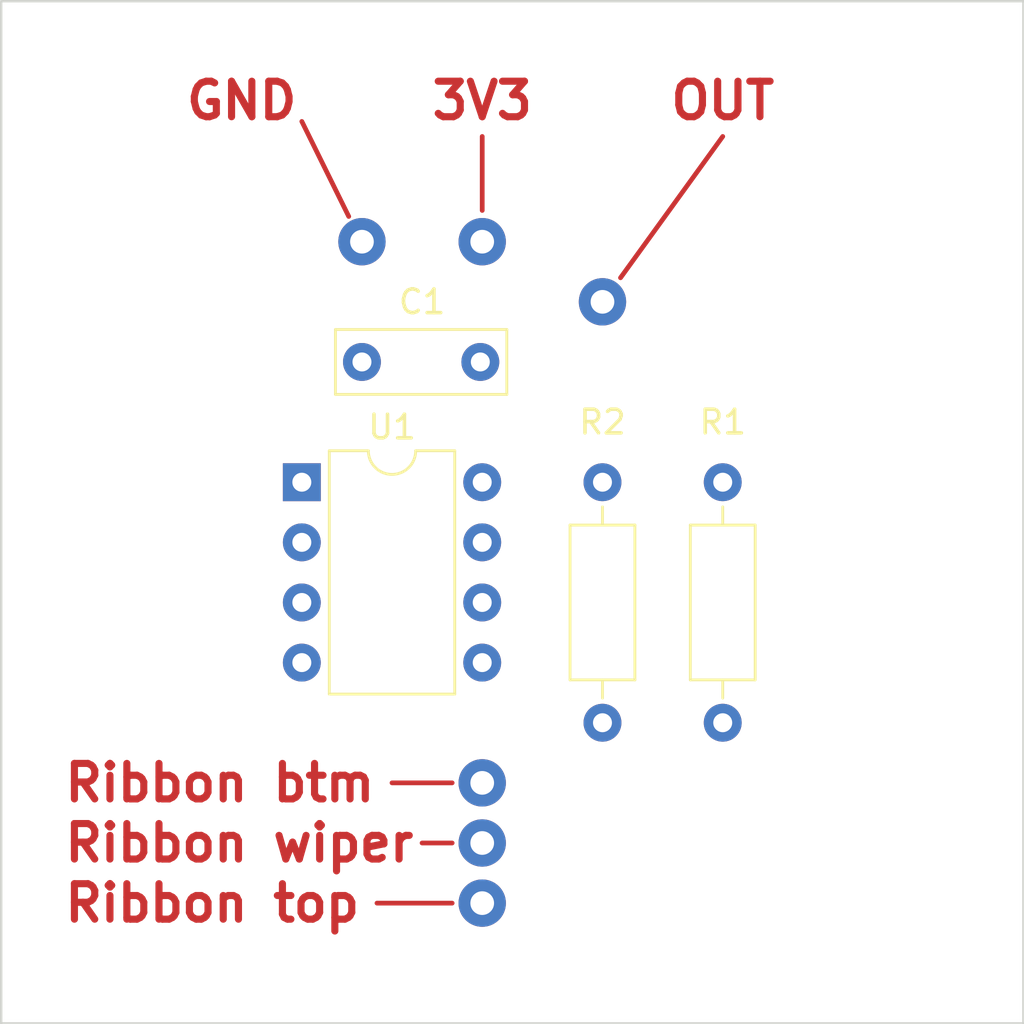
<source format=kicad_pcb>
(kicad_pcb (version 20221018) (generator pcbnew)
  (title_block (title "Josh Ox Ribbon Synth Protoboard Ribbon Buffer") (date "2023-04-08") (rev "0") (comment 2 "creativecommons.org/licenses/by/4.0") (comment 3 "license: CC by 4.0") (comment 4 "Author: Jordan Aceto"))
  (layers (0 "F.Cu" signal) (1 "In1.Cu" signal) (2 "In2.Cu" signal) (31 "B.Cu" signal) (34 "B.Paste" user) (35 "F.Paste" user) (36 "B.SilkS" user "B.Silkscreen") (37 "F.SilkS" user "F.Silkscreen") (38 "B.Mask" user) (39 "F.Mask" user) (44 "Edge.Cuts" user))
  (net 0 "")
  (net 1 "+3V3")
  (net 2 "GND")
  (net 3 "Net-(J2-Pin_1)")
  (net 4 "Net-(J2-Pin_2)")
  (net 5 "Net-(J3-Pin_2)")
  (net 6 "Net-(U1A--)")
  (footprint "Capacitor_THT:C_Rect_L7.0mm_W2.5mm_P5.00mm" (layer "F.Cu") (at 147.24 91.44 180)
    (fp_text reference "C1" (at 2.46 2.54) (layer "F.SilkS"))
    (fp_text value "100n")
    (fp_line (start -1.12 -1.37) (end -1.12 1.37) (stroke (width 0.12)) (layer "F.SilkS"))
    (fp_line (start -1.12 -1.37) (end 6.12 -1.37) (stroke (width 0.12)) (layer "F.SilkS"))
    (fp_line (start -1.12 1.37) (end 6.12 1.37) (stroke (width 0.12)) (layer "F.SilkS"))
    (fp_line (start 6.12 -1.37) (end 6.12 1.37) (stroke (width 0.12)) (layer "F.SilkS"))
    (pad "1" thru_hole circle (at 0 0 180) (size 1.6 1.6) (drill 0.8) (layers "*.Cu" "*.Mask") (net 1 "+3V3"))
    (pad "2" thru_hole circle (at 5 0 180) (size 1.6 1.6) (drill 0.8) (layers "*.Cu" "*.Mask") (net 2 "GND"))
  )
  (footprint "Resistor_THT:R_Axial_DIN0207_L6.3mm_D2.5mm_P10.16mm_Horizontal" (layer "F.Cu") (at 152.4 96.52 -90)
    (fp_text reference "R2" (at -2.54 0 -180) (layer "F.SilkS"))
    (fp_text value "1M")
    (fp_line (start 1.04 0) (end 1.81 0) (stroke (width 0.12)) (layer "F.SilkS"))
    (fp_line (start 1.81 -1.37) (end 1.81 1.37) (stroke (width 0.12)) (layer "F.SilkS"))
    (fp_line (start 1.81 1.37) (end 8.35 1.37) (stroke (width 0.12)) (layer "F.SilkS"))
    (fp_line (start 8.35 -1.37) (end 1.81 -1.37) (stroke (width 0.12)) (layer "F.SilkS"))
    (fp_line (start 8.35 1.37) (end 8.35 -1.37) (stroke (width 0.12)) (layer "F.SilkS"))
    (fp_line (start 9.12 0) (end 8.35 0) (stroke (width 0.12)) (layer "F.SilkS"))
    (pad "1" thru_hole circle (at 0 0 270) (size 1.6 1.6) (drill 0.8) (layers "*.Cu" "*.Mask") (net 1 "+3V3"))
    (pad "2" thru_hole oval (at 10.16 0 270) (size 1.6 1.6) (drill 0.8) (layers "*.Cu" "*.Mask") (net 4 "Net-(J2-Pin_2)"))
  )
  (footprint "Resistor_THT:R_Axial_DIN0207_L6.3mm_D2.5mm_P10.16mm_Horizontal" (layer "F.Cu") (at 157.48 96.52 -90)
    (fp_text reference "R1" (at -2.54 0 -180) (layer "F.SilkS"))
    (fp_text value "12k")
    (fp_line (start 1.04 0) (end 1.81 0) (stroke (width 0.12)) (layer "F.SilkS"))
    (fp_line (start 1.81 -1.37) (end 1.81 1.37) (stroke (width 0.12)) (layer "F.SilkS"))
    (fp_line (start 1.81 1.37) (end 8.35 1.37) (stroke (width 0.12)) (layer "F.SilkS"))
    (fp_line (start 8.35 -1.37) (end 1.81 -1.37) (stroke (width 0.12)) (layer "F.SilkS"))
    (fp_line (start 8.35 1.37) (end 8.35 -1.37) (stroke (width 0.12)) (layer "F.SilkS"))
    (fp_line (start 9.12 0) (end 8.35 0) (stroke (width 0.12)) (layer "F.SilkS"))
    (pad "1" thru_hole circle (at 0 0 270) (size 1.6 1.6) (drill 0.8) (layers "*.Cu" "*.Mask") (net 1 "+3V3"))
    (pad "2" thru_hole oval (at 10.16 0 270) (size 1.6 1.6) (drill 0.8) (layers "*.Cu" "*.Mask") (net 3 "Net-(J2-Pin_1)"))
  )
  (footprint "Package_DIP:DIP-8_W7.62mm" (layer "F.Cu") (at 139.7 96.52)
    (fp_text reference "U1" (at 3.81 -2.33) (layer "F.SilkS"))
    (fp_text value "MCP6002")
    (fp_line (start 1.16 -1.33) (end 1.16 8.95) (stroke (width 0.12)) (layer "F.SilkS"))
    (fp_line (start 1.16 8.95) (end 6.46 8.95) (stroke (width 0.12)) (layer "F.SilkS"))
    (fp_line (start 2.81 -1.33) (end 1.16 -1.33) (stroke (width 0.12)) (layer "F.SilkS"))
    (fp_line (start 6.46 -1.33) (end 4.81 -1.33) (stroke (width 0.12)) (layer "F.SilkS"))
    (fp_line (start 6.46 8.95) (end 6.46 -1.33) (stroke (width 0.12)) (layer "F.SilkS"))
    (fp_arc (start 4.81 -1.33) (mid 3.81 -0.33) (end 2.81 -1.33) (stroke (width 0.12)) (layer "F.SilkS"))
    (pad "1" thru_hole rect (at 0 0) (size 1.6 1.6) (drill 0.8) (layers "*.Cu" "*.Mask") (net 6 "Net-(U1A--)"))
    (pad "2" thru_hole oval (at 0 2.54) (size 1.6 1.6) (drill 0.8) (layers "*.Cu" "*.Mask") (net 6 "Net-(U1A--)"))
    (pad "3" thru_hole oval (at 0 5.08) (size 1.6 1.6) (drill 0.8) (layers "*.Cu" "*.Mask") (net 2 "GND"))
    (pad "4" thru_hole oval (at 0 7.62) (size 1.6 1.6) (drill 0.8) (layers "*.Cu" "*.Mask") (net 2 "GND"))
    (pad "5" thru_hole oval (at 7.62 7.62) (size 1.6 1.6) (drill 0.8) (layers "*.Cu" "*.Mask") (net 4 "Net-(J2-Pin_2)"))
    (pad "6" thru_hole oval (at 7.62 5.08) (size 1.6 1.6) (drill 0.8) (layers "*.Cu" "*.Mask") (net 5 "Net-(J3-Pin_2)"))
    (pad "7" thru_hole oval (at 7.62 2.54) (size 1.6 1.6) (drill 0.8) (layers "*.Cu" "*.Mask") (net 5 "Net-(J3-Pin_2)"))
    (pad "8" thru_hole oval (at 7.62 0) (size 1.6 1.6) (drill 0.8) (layers "*.Cu" "*.Mask") (net 1 "+3V3"))
  )
  (footprint "MountingHole:MountingHole_2.5mm" (layer "F.Cu") (at 157.48 111.76)
    (fp_text reference "REF**" hide)
    (fp_text value "MountingHole_2.5mm")
    (pad "" np_thru_hole circle (at 0 0) (size 2.5 2.5) (drill 2.5) (layers "*.Cu" "*.Mask"))
  )
  (gr_line (start 146.05 111.76) (end 144.78 111.76) (stroke (width 0.2)) (layer "F.Cu"))
  (gr_line (start 147.32 85.0392) (end 147.32 81.915) (stroke (width 0.2)) (layer "F.Cu"))
  (gr_line (start 146.05 114.3) (end 142.875 114.3) (stroke (width 0.2)) (layer "F.Cu"))
  (gr_line (start 146.05 109.22) (end 143.51 109.22) (stroke (width 0.2)) (layer "F.Cu"))
  (gr_line (start 141.6812 85.2932) (end 139.7 81.28) (stroke (width 0.2)) (layer "F.Cu"))
  (gr_line (start 153.162 87.884) (end 157.48 81.915) (stroke (width 0.2)) (layer "F.Cu"))
  (gr_rect (start 127 76.2) (end 170.18 119.38) (stroke (width 0.1)) (fill none) (layer "Edge.Cuts"))
  (gr_text "Ribbon btm" (at 129.54 109.22) (layer "F.Cu") (effects (font (size 1.5 1.5) (thickness 0.3) bold) (justify left)))
  (gr_text "Ribbon top" (at 129.54 114.3) (layer "F.Cu") (effects (font (size 1.5 1.5) (thickness 0.3) bold) (justify left)))
  (gr_text "OUT" (at 157.48 81.28) (layer "F.Cu") (effects (font (size 1.5 1.5) (thickness 0.3) bold) (justify bottom)))
  (gr_text "Ribbon wiper" (at 129.54 111.76) (layer "F.Cu") (effects (font (size 1.5 1.5) (thickness 0.3) bold) (justify left)))
  (gr_text "GND" (at 137.16 81.28) (layer "F.Cu") (effects (font (size 1.5 1.5) (thickness 0.3) bold) (justify bottom)))
  (gr_text "3V3" (at 147.32 81.28) (layer "F.Cu") (effects (font (size 1.5 1.5) (thickness 0.3) bold) (justify bottom)))
  (via (at 142.24 86.36) (size 2) (drill 1) (layers "F.Cu" "B.Cu") (net 0))
  (via (at 147.32 86.36) (size 2) (drill 1) (layers "F.Cu" "B.Cu") (net 0))
  (via (at 152.4 88.9) (size 2) (drill 1) (layers "F.Cu" "B.Cu") (net 0))
  (via (at 147.32 109.22) (size 2) (drill 1) (layers "F.Cu" "B.Cu") (net 2))
  (via (at 147.32 114.3) (size 2) (drill 1) (layers "F.Cu" "B.Cu") (net 3))
  (via (at 147.32 111.76) (size 2) (drill 1) (layers "F.Cu" "B.Cu") (net 4))
)
</source>
